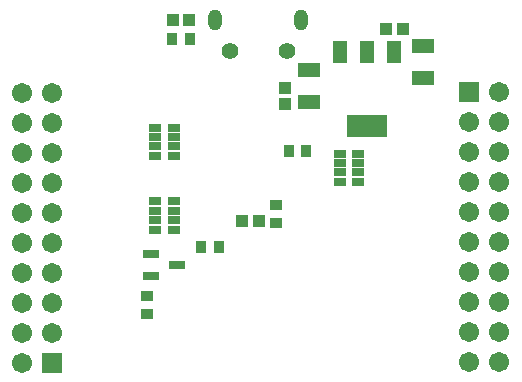
<source format=gbs>
G04*
G04 #@! TF.GenerationSoftware,Altium Limited,Altium Designer,20.0.2 (26)*
G04*
G04 Layer_Color=16711935*
%FSLAX25Y25*%
%MOIN*%
G70*
G01*
G75*
%ADD26R,0.03556X0.04343*%
%ADD27R,0.04343X0.03556*%
%ADD31R,0.04343X0.03950*%
%ADD34R,0.03950X0.04343*%
%ADD35R,0.03950X0.02572*%
%ADD36R,0.05328X0.03162*%
%ADD37R,0.07493X0.05131*%
%ADD38R,0.06706X0.06706*%
%ADD39C,0.06706*%
%ADD40O,0.04737X0.07099*%
%ADD41C,0.05524*%
%ADD54R,0.04540X0.07690*%
%ADD55R,0.13398X0.07690*%
D26*
X59055Y161221D02*
D03*
X64961D02*
D03*
X74803Y91732D02*
D03*
X68898D02*
D03*
X103937Y124016D02*
D03*
X98032D02*
D03*
D27*
X50787Y69488D02*
D03*
Y75394D02*
D03*
X93701Y100000D02*
D03*
Y105905D02*
D03*
D31*
X96638Y139508D02*
D03*
Y145020D02*
D03*
D34*
X59311Y167504D02*
D03*
X64823D02*
D03*
X82618Y100606D02*
D03*
X88130D02*
D03*
X136083Y164551D02*
D03*
X130571D02*
D03*
D35*
X53543Y122244D02*
D03*
Y125394D02*
D03*
Y128543D02*
D03*
Y131693D02*
D03*
X59842D02*
D03*
Y128543D02*
D03*
Y125394D02*
D03*
Y122244D02*
D03*
X53543Y97638D02*
D03*
Y100787D02*
D03*
Y103937D02*
D03*
Y107087D02*
D03*
X59842D02*
D03*
Y103937D02*
D03*
Y100787D02*
D03*
Y97638D02*
D03*
X114961Y123031D02*
D03*
Y119882D02*
D03*
Y116732D02*
D03*
Y113583D02*
D03*
X121260D02*
D03*
Y116732D02*
D03*
Y119882D02*
D03*
Y123031D02*
D03*
D36*
X52051Y82118D02*
D03*
Y89598D02*
D03*
X60909Y85858D02*
D03*
D37*
X104724Y140130D02*
D03*
Y150760D02*
D03*
X142913Y148201D02*
D03*
Y158831D02*
D03*
D38*
X19291Y53268D02*
D03*
X158268Y143583D02*
D03*
D39*
X9291Y53268D02*
D03*
X19291Y63268D02*
D03*
X9291D02*
D03*
X19291Y73268D02*
D03*
X9291D02*
D03*
X19291Y83268D02*
D03*
X9291D02*
D03*
X19291Y93268D02*
D03*
X9291D02*
D03*
X19291Y103268D02*
D03*
X9291D02*
D03*
X19291Y113268D02*
D03*
X9291D02*
D03*
X19291Y123268D02*
D03*
X9291D02*
D03*
X19291Y133268D02*
D03*
X9291D02*
D03*
X19291Y143268D02*
D03*
X9291D02*
D03*
X168268Y143583D02*
D03*
X158268Y133583D02*
D03*
X168268D02*
D03*
X158268Y123583D02*
D03*
X168268D02*
D03*
X158268Y113583D02*
D03*
X168268D02*
D03*
X158268Y103583D02*
D03*
X168268D02*
D03*
X158268Y93583D02*
D03*
X168268D02*
D03*
X158268Y83583D02*
D03*
X168268D02*
D03*
X158268Y73583D02*
D03*
X168268D02*
D03*
X158268Y63583D02*
D03*
X168268D02*
D03*
X158268Y53583D02*
D03*
X168268D02*
D03*
D40*
X73590Y167693D02*
D03*
X102134D02*
D03*
D41*
X78315Y157142D02*
D03*
X97409D02*
D03*
D54*
X114961Y156890D02*
D03*
X124016D02*
D03*
X133071D02*
D03*
D55*
X124016Y132087D02*
D03*
M02*

</source>
